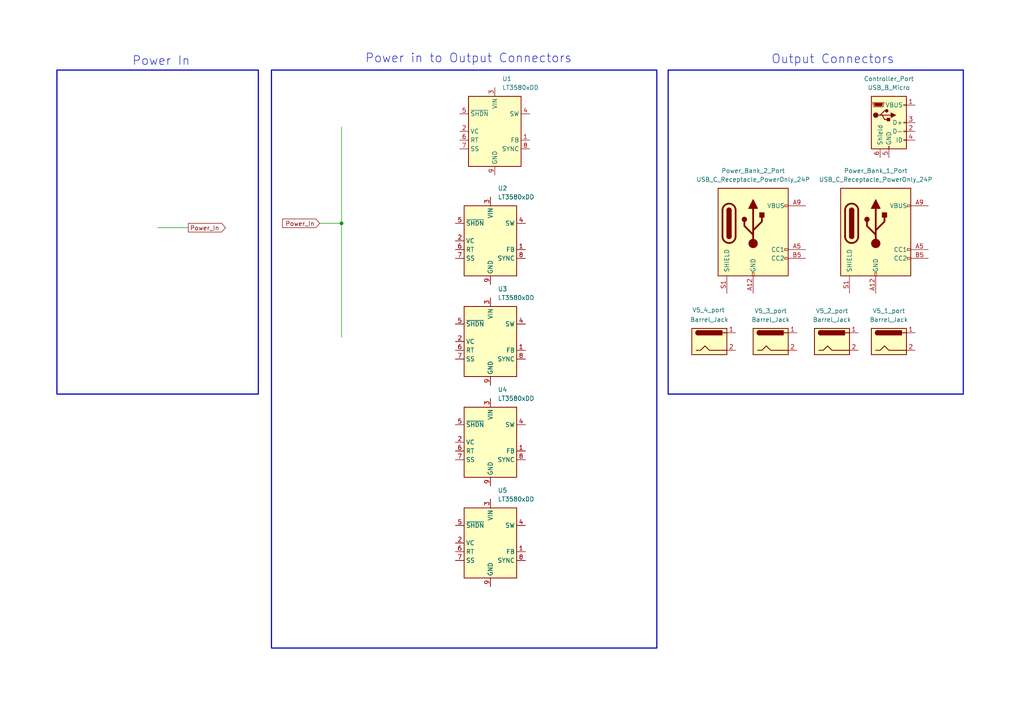
<source format=kicad_sch>
(kicad_sch (version 20250114) (generator "eeschema") (generator_version "9.0")
  (paper "A4")
  (lib_symbols
    (symbol "Connector:Barrel_Jack" (pin_names (offset 1.016))
      (property "Reference" "J" (at 0 5.334 0))
      (property "Value" "Barrel_Jack" (at 0 -5.08 0))
      (symbol "Barrel_Jack_0_1"
        (rectangle (start -5.08 3.81) (end 5.08 -3.81) (stroke (width 0.254)) (fill (type background)))
        (polyline (pts (xy -3.81 -2.54) (xy -2.54 -2.54) (xy -1.27 -1.27) (xy 0 -2.54) (xy 2.54 -2.54) (xy 5.08 -2.54)) (stroke (width 0.254)))
        (arc (start -3.302 1.905) (mid -3.9343 2.54) (end -3.302 3.175) (stroke (width 0.254)))
        (arc (start -3.302 1.905) (mid -3.9343 2.54) (end -3.302 3.175) (stroke (width 0.254)) (fill (type outline)))
        (rectangle (start 3.683 3.175) (end -3.302 1.905) (stroke (width 0.254)) (fill (type outline)))
        (polyline (pts (xy 5.08 2.54) (xy 3.81 2.54)) (stroke (width 0.254)))
      )
      (symbol "Barrel_Jack_1_1"
        (pin passive line (at 7.62 2.54 180) (length 2.54) (name "~") (number "1"))
        (pin passive line (at 7.62 -2.54 180) (length 2.54) (name "~") (number "2"))
      )
    )
    (symbol "Connector:USB_B_Micro" (pin_names (offset 1.016))
      (property "Reference" "J" (at -5.08 11.43 0))
      (property "Value" "USB_B_Micro" (at -5.08 8.89 0))
      (symbol "USB_B_Micro_0_1"
        (rectangle (start -5.08 -7.62) (end 5.08 7.62) (stroke (width 0.254)) (fill (type background)))
        (polyline (pts (xy -4.699 5.842) (xy -4.699 5.588) (xy -4.445 4.826) (xy -4.445 4.572) (xy -1.651 4.572) (xy -1.651 4.826) (xy -1.397 5.588) (xy -1.397 5.842) (xy -4.699 5.842)))
        (polyline (pts (xy -4.318 5.588) (xy -1.778 5.588) (xy -2.032 4.826) (xy -4.064 4.826) (xy -4.318 5.588)) (fill (type outline)))
        (circle (center -3.81 2.159) (radius 0.635) (stroke (width 0.254)) (fill (type outline)))
        (polyline (pts (xy -3.175 2.159) (xy -2.54 2.159) (xy -1.27 3.429) (xy -0.635 3.429)) (stroke (width 0.254)))
        (polyline (pts (xy -2.54 2.159) (xy -1.905 2.159) (xy -1.27 0.889) (xy 0 0.889)) (stroke (width 0.254)))
        (polyline (pts (xy -1.905 2.159) (xy 0.635 2.159)) (stroke (width 0.254)))
        (circle (center -0.635 3.429) (radius 0.381) (stroke (width 0.254)) (fill (type outline)))
        (rectangle (start -0.127 -7.62) (end 0.127 -6.858))
        (rectangle (start 0.254 1.27) (end -0.508 0.508) (stroke (width 0.254)) (fill (type outline)))
        (polyline (pts (xy 0.635 2.794) (xy 0.635 1.524) (xy 1.905 2.159) (xy 0.635 2.794)) (stroke (width 0.254)) (fill (type outline)))
        (rectangle (start 5.08 4.953) (end 4.318 5.207))
        (rectangle (start 5.08 -0.127) (end 4.318 0.127))
        (rectangle (start 5.08 -2.667) (end 4.318 -2.413))
        (rectangle (start 5.08 -5.207) (end 4.318 -4.953))
      )
      (symbol "USB_B_Micro_1_1"
        (pin passive line (at -2.54 -10.16 90) (length 2.54) (name "Shield") (number "6"))
        (pin power_out line (at 0 -10.16 90) (length 2.54) (name "GND") (number "5"))
        (pin power_out line (at 7.62 5.08 180) (length 2.54) (name "VBUS") (number "1"))
        (pin bidirectional line (at 7.62 0 180) (length 2.54) (name "D+") (number "3"))
        (pin bidirectional line (at 7.62 -2.54 180) (length 2.54) (name "D-") (number "2"))
        (pin passive line (at 7.62 -5.08 180) (length 2.54) (name "ID") (number "4"))
      )
    )
    (symbol "Connector:USB_C_Receptacle_PowerOnly_24P" (pin_names (offset 1.016))
      (property "Reference" "J" (at 0 16.51 0))
      (property "Value" "USB_C_Receptacle_PowerOnly_24P" (at 0 13.97 0))
      (symbol "USB_C_Receptacle_PowerOnly_24P_0_0"
        (rectangle (start -0.254 -12.7) (end 0.254 -11.684))
        (rectangle (start 10.16 7.874) (end 9.144 7.366))
        (rectangle (start 10.16 -4.826) (end 9.144 -5.334))
        (rectangle (start 10.16 -7.366) (end 9.144 -7.874))
      )
      (symbol "USB_C_Receptacle_PowerOnly_24P_0_1"
        (rectangle (start -10.16 12.7) (end 10.16 -12.7) (stroke (width 0.254)) (fill (type background)))
        (polyline (pts (xy -8.89 -1.27) (xy -8.89 6.35)) (stroke (width 0.508)))
        (rectangle (start -7.62 -1.27) (end -6.35 6.35) (stroke (width 0.254)) (fill (type outline)))
        (arc (start -7.62 6.35) (mid -6.985 6.9823) (end -6.35 6.35) (stroke (width 0.254)))
        (arc (start -7.62 6.35) (mid -6.985 6.9823) (end -6.35 6.35) (stroke (width 0.254)) (fill (type outline)))
        (arc (start -8.89 6.35) (mid -6.985 8.2467) (end -5.08 6.35) (stroke (width 0.508)))
        (arc (start -5.08 -1.27) (mid -6.985 -3.1667) (end -8.89 -1.27) (stroke (width 0.508)))
        (arc (start -6.35 -1.27) (mid -6.985 -1.9023) (end -7.62 -1.27) (stroke (width 0.254)))
        (arc (start -6.35 -1.27) (mid -6.985 -1.9023) (end -7.62 -1.27) (stroke (width 0.254)) (fill (type outline)))
        (polyline (pts (xy -5.08 6.35) (xy -5.08 -1.27)) (stroke (width 0.508)))
        (circle (center -2.54 3.683) (radius 0.635) (stroke (width 0.254)) (fill (type outline)))
        (polyline (pts (xy -1.27 6.858) (xy 0 9.398) (xy 1.27 6.858) (xy -1.27 6.858)) (stroke (width 0.254)) (fill (type outline)))
        (polyline (pts (xy 0 0.508) (xy 2.54 3.048) (xy 2.54 4.318)) (stroke (width 0.508)))
        (polyline (pts (xy 0 -0.762) (xy -2.54 1.778) (xy -2.54 3.048)) (stroke (width 0.508)))
        (polyline (pts (xy 0 -3.302) (xy 0 6.858)) (stroke (width 0.508)))
        (circle (center 0 -3.302) (radius 1.27) (fill (type outline)))
        (rectangle (start 1.905 4.318) (end 3.175 5.588) (stroke (width 0.254)) (fill (type outline)))
      )
      (symbol "USB_C_Receptacle_PowerOnly_24P_1_1"
        (pin passive line (at -7.62 -17.78 90) (length 5.08) (name "SHIELD") (number "S1"))
        (pin passive line (at 0 -17.78 90) (length 5.08) (hide yes) (name "GND") (number "A1"))
        (pin power_in line (at 0 -17.78 90) (length 5.08) (name "GND") (number "A12"))
        (pin passive line (at 0 -17.78 90) (length 5.08) (hide yes) (name "GND") (number "B1"))
        (pin passive line (at 0 -17.78 90) (length 5.08) (hide yes) (name "GND") (number "B12"))
        (pin passive line (at 15.24 7.62 180) (length 5.08) (hide yes) (name "VBUS") (number "A4"))
        (pin power_in line (at 15.24 7.62 180) (length 5.08) (name "VBUS") (number "A9"))
        (pin passive line (at 15.24 7.62 180) (length 5.08) (hide yes) (name "VBUS") (number "B4"))
        (pin passive line (at 15.24 7.62 180) (length 5.08) (hide yes) (name "VBUS") (number "B9"))
        (pin bidirectional line (at 15.24 -5.08 180) (length 5.08) (name "CC1") (number "A5"))
        (pin bidirectional line (at 15.24 -7.62 180) (length 5.08) (name "CC2") (number "B5"))
      )
    )
    (symbol "Regulator_Switching:LT3580xDD"
      (property "Reference" "U" (at -6.35 11.43 0))
      (property "Value" "LT3580xDD" (at 6.35 11.43 0))
      (symbol "LT3580xDD_0_1"
        (rectangle (start -7.62 10.16) (end 7.62 -10.16) (stroke (width 0.254)) (fill (type background)))
      )
      (symbol "LT3580xDD_1_1"
        (pin input line (at -10.16 5.08 0) (length 2.54) (name "~{SHDN}") (number "5"))
        (pin passive line (at -10.16 0 0) (length 2.54) (name "VC") (number "2"))
        (pin passive line (at -10.16 -2.54 0) (length 2.54) (name "RT") (number "6"))
        (pin passive line (at -10.16 -5.08 0) (length 2.54) (name "SS") (number "7"))
        (pin power_in line (at 0 12.7 270) (length 2.54) (name "VIN") (number "3"))
        (pin power_in line (at 0 -12.7 90) (length 2.54) (name "GND") (number "9"))
        (pin open_collector line (at 10.16 5.08 180) (length 2.54) (name "SW") (number "4"))
        (pin input line (at 10.16 -2.54 180) (length 2.54) (name "FB") (number "1"))
        (pin input line (at 10.16 -5.08 180) (length 2.54) (name "SYNC") (number "8"))
      )
    )
  )
  (rectangle (start 193.802 20.32) (end 279.4 114.3) (stroke (width 0.3302)))
  (rectangle (start 78.74 20.32) (end 190.5 187.96) (stroke (width 0.3302)))
  (rectangle (start 16.51 20.32) (end 74.93 114.3) (stroke (width 0.3302)))
  (text "Output Connectors\n" (at 241.554 17.272 0) (effects (font (size 2.54 2.54))))
  (text "Power in to Output Connectors" (at 135.89 17.018 0) (effects (font (size 2.54 2.54))))
  (text "Power In\n" (at 46.736 17.78 0) (effects (font (size 2.54 2.54))))
  (junction (at 99.06 64.77))
  (wire (pts (xy 92.71 64.77) (xy 99.06 64.77)))
  (wire (pts (xy 99.06 36.83) (xy 99.06 64.77)))
  (wire (pts (xy 99.06 64.77) (xy 99.06 97.79)))
  (wire (pts (xy 45.72 66.04) (xy 54.61 66.04)))
  (global_label "Power_In" (shape output) (at 54.61 66.04 0) (property "Intersheetrefs" "${INTERSHEET_REFS}" (effects (hide yes))))
  (global_label "Power_In" (shape input) (at 92.71 64.77 180) (property "Intersheetrefs" "${INTERSHEET_REFS}" (effects (hide yes))))
  (symbol (lib_id "Connector:USB_C_Receptacle_PowerOnly_24P") (at 254 67.31 0) (unit 1)
    (property "Reference" "Power_Bank_1_Port" (at 254 49.53 0))
    (property "Value" "USB_C_Receptacle_PowerOnly_24P" (at 254 52.07 0))
    (property "Datasheet" "https://www.usb.org/sites/default/files/documents/usb_type-c.zip" (effects (hide yes)))
    (property "Description" "USB Power-Only 24P Type-C Receptacle connector" (effects (hide yes)))
  )
  (symbol (lib_id "Connector:Barrel_Jack") (at 223.52 99.06 0) (unit 1)
    (property "Reference" "V5_3_port" (at 223.52 90.17 0))
    (property "Value" "Barrel_Jack" (at 223.52 92.71 0))
    (property "Description" "DC Barrel Jack" (effects (hide yes)))
  )
  (symbol (lib_id "Regulator_Switching:LT3580xDD") (at 142.24 99.06 0) (unit 1)
    (property "Reference" "U3" (at 144.3833 83.82 0) (effects (justify left)))
    (property "Value" "LT3580xDD" (at 144.3833 86.36 0) (effects (justify left)))
    (property "Footprint" "Package_DFN_QFN:DFN-8-1EP_3x3mm_P0.5mm_EP1.66x2.38mm" (effects (hide yes)))
    (property "Datasheet" "https://www.analog.com/media/en/technical-documentation/data-sheets/3580fg.pdf" (effects (hide yes)))
    (property "Description" "Boost/Inverting DC/DC Converter with 2A Switch, Soft-Start, and Synchronization, DFN-8" (effects (hide yes)))
  )
  (symbol (lib_id "Regulator_Switching:LT3580xDD") (at 142.24 128.27 0) (unit 1)
    (property "Reference" "U4" (at 144.3833 113.03 0) (effects (justify left)))
    (property "Value" "LT3580xDD" (at 144.3833 115.57 0) (effects (justify left)))
    (property "Footprint" "Package_DFN_QFN:DFN-8-1EP_3x3mm_P0.5mm_EP1.66x2.38mm" (effects (hide yes)))
    (property "Datasheet" "https://www.analog.com/media/en/technical-documentation/data-sheets/3580fg.pdf" (effects (hide yes)))
    (property "Description" "Boost/Inverting DC/DC Converter with 2A Switch, Soft-Start, and Synchronization, DFN-8" (effects (hide yes)))
  )
  (symbol (lib_id "Connector:USB_B_Micro") (at 257.81 35.56 0) (unit 1)
    (property "Reference" "Controller_Port" (at 257.81 22.86 0))
    (property "Value" "USB_B_Micro" (at 257.81 25.4 0))
    (property "Description" "USB Micro Type B connector" (effects (hide yes)))
  )
  (symbol (lib_id "Connector:Barrel_Jack") (at 241.3 99.06 0) (unit 1)
    (property "Reference" "V5_2_port" (at 241.3 90.17 0))
    (property "Value" "Barrel_Jack" (at 241.3 92.71 0))
    (property "Description" "DC Barrel Jack" (effects (hide yes)))
  )
  (symbol (lib_id "Regulator_Switching:LT3580xDD") (at 142.24 69.85 0) (unit 1)
    (property "Reference" "U2" (at 144.3833 54.61 0) (effects (justify left)))
    (property "Value" "LT3580xDD" (at 144.3833 57.15 0) (effects (justify left)))
    (property "Footprint" "Package_DFN_QFN:DFN-8-1EP_3x3mm_P0.5mm_EP1.66x2.38mm" (effects (hide yes)))
    (property "Datasheet" "https://www.analog.com/media/en/technical-documentation/data-sheets/3580fg.pdf" (effects (hide yes)))
    (property "Description" "Boost/Inverting DC/DC Converter with 2A Switch, Soft-Start, and Synchronization, DFN-8" (effects (hide yes)))
  )
  (symbol (lib_id "Regulator_Switching:LT3580xDD") (at 143.51 38.1 0) (unit 1)
    (property "Reference" "U1" (at 145.6533 22.86 0) (effects (justify left)))
    (property "Value" "LT3580xDD" (at 145.6533 25.4 0) (effects (justify left)))
    (property "Footprint" "Package_DFN_QFN:DFN-8-1EP_3x3mm_P0.5mm_EP1.66x2.38mm" (effects (hide yes)))
    (property "Datasheet" "https://www.analog.com/media/en/technical-documentation/data-sheets/3580fg.pdf" (effects (hide yes)))
    (property "Description" "Boost/Inverting DC/DC Converter with 2A Switch, Soft-Start, and Synchronization, DFN-8" (effects (hide yes)))
  )
  (symbol (lib_id "Connector:USB_C_Receptacle_PowerOnly_24P") (at 218.44 67.31 0) (unit 1)
    (property "Reference" "Power_Bank_2_Port" (at 218.44 49.53 0))
    (property "Value" "USB_C_Receptacle_PowerOnly_24P" (at 218.44 52.07 0))
    (property "Datasheet" "https://www.usb.org/sites/default/files/documents/usb_type-c.zip" (effects (hide yes)))
    (property "Description" "USB Power-Only 24P Type-C Receptacle connector" (effects (hide yes)))
  )
  (symbol (lib_id "Connector:Barrel_Jack") (at 205.74 99.06 0) (unit 1)
    (property "Reference" "V5_4_port" (at 205.486 89.916 0))
    (property "Value" "Barrel_Jack" (at 205.74 92.71 0))
    (property "Description" "DC Barrel Jack" (effects (hide yes)))
  )
  (symbol (lib_id "Connector:Barrel_Jack") (at 257.81 99.06 0) (unit 1)
    (property "Reference" "V5_1_port" (at 257.81 90.17 0))
    (property "Value" "Barrel_Jack" (at 257.81 92.71 0))
    (property "Description" "DC Barrel Jack" (effects (hide yes)))
  )
  (symbol (lib_id "Regulator_Switching:LT3580xDD") (at 142.24 157.48 0) (unit 1)
    (property "Reference" "U5" (at 144.3833 142.24 0) (effects (justify left)))
    (property "Value" "LT3580xDD" (at 144.3833 144.78 0) (effects (justify left)))
    (property "Footprint" "Package_DFN_QFN:DFN-8-1EP_3x3mm_P0.5mm_EP1.66x2.38mm" (effects (hide yes)))
    (property "Datasheet" "https://www.analog.com/media/en/technical-documentation/data-sheets/3580fg.pdf" (effects (hide yes)))
    (property "Description" "Boost/Inverting DC/DC Converter with 2A Switch, Soft-Start, and Synchronization, DFN-8" (effects (hide yes)))
  )
)
</source>
